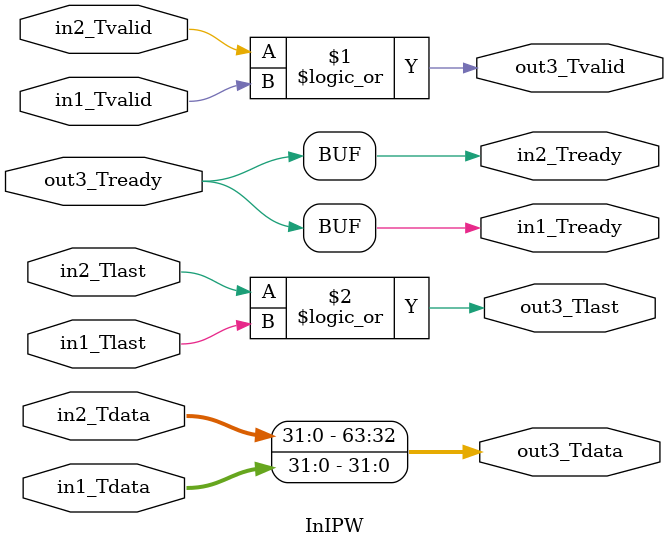
<source format=v>
`timescale 1ns / 1ps


module InIPW(
input [31:0] in1_Tdata,
input in1_Tvalid,
input in1_Tlast,
output in1_Tready,

input [31:0] in2_Tdata,
input in2_Tvalid,
input in2_Tlast,
output in2_Tready,

output [63:0] out3_Tdata,
output out3_Tvalid,
output out3_Tlast,
input out3_Tready);

assign out3_Tdata={in2_Tdata,in1_Tdata};
assign out3_Tvalid=in2_Tvalid || in1_Tvalid;
assign out3_Tlast=in2_Tlast || in1_Tlast;
assign in1_Tready=out3_Tready;
assign in2_Tready=out3_Tready;

endmodule

</source>
